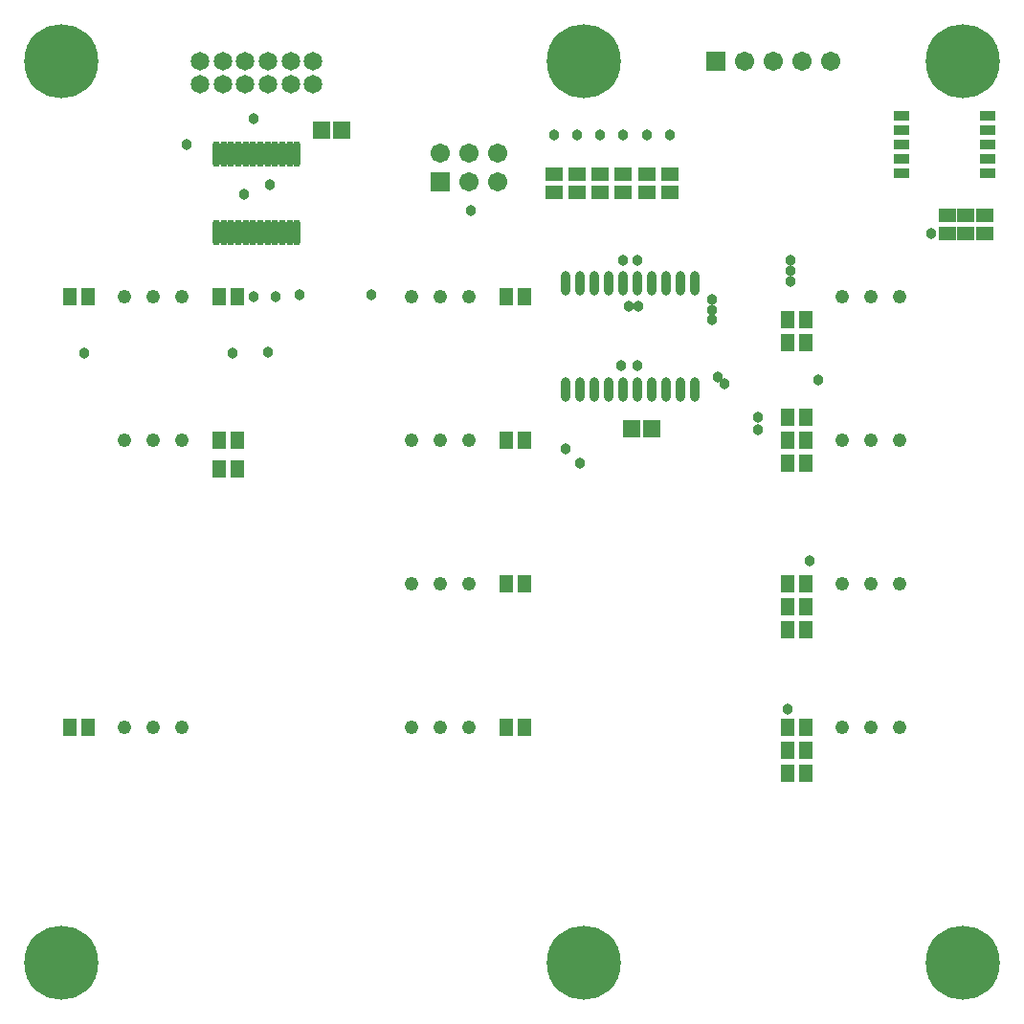
<source format=gts>
G04 Layer_Color=8388736*
%FSLAX25Y25*%
%MOIN*%
G70*
G01*
G75*
%ADD34R,0.05918X0.04737*%
%ADD35R,0.04737X0.05918*%
%ADD36R,0.06312X0.06312*%
%ADD37R,0.05800X0.03792*%
%ADD38O,0.03162X0.08674*%
%ADD39O,0.02572X0.09068*%
%ADD40C,0.25800*%
%ADD41C,0.06706*%
%ADD42R,0.06706X0.06706*%
%ADD43C,0.06500*%
%ADD44C,0.04800*%
%ADD45C,0.03800*%
D34*
X413500Y592650D02*
D03*
Y586350D02*
D03*
X405500Y586350D02*
D03*
Y592650D02*
D03*
X389500Y586350D02*
D03*
Y592650D02*
D03*
X397500Y592650D02*
D03*
Y586350D02*
D03*
X430000Y592650D02*
D03*
Y586350D02*
D03*
X421833Y586350D02*
D03*
Y592650D02*
D03*
X526500Y578150D02*
D03*
Y571850D02*
D03*
X533000Y578150D02*
D03*
Y571850D02*
D03*
X539500Y578150D02*
D03*
Y571850D02*
D03*
D35*
X220850Y550000D02*
D03*
X227150D02*
D03*
X279150D02*
D03*
X272850D02*
D03*
X279150Y490000D02*
D03*
X272850D02*
D03*
X279150Y500000D02*
D03*
X272850D02*
D03*
X379150Y400000D02*
D03*
X372850D02*
D03*
X379150Y450000D02*
D03*
X372850D02*
D03*
X470850Y500000D02*
D03*
X477150D02*
D03*
X379150D02*
D03*
X372850D02*
D03*
X379150Y550000D02*
D03*
X372850D02*
D03*
X220850Y400000D02*
D03*
X227150D02*
D03*
X470850D02*
D03*
X477150D02*
D03*
Y392000D02*
D03*
X470850D02*
D03*
X477150Y508000D02*
D03*
X470850D02*
D03*
X477150Y492000D02*
D03*
X470850D02*
D03*
X477150Y534000D02*
D03*
X470850D02*
D03*
X477150Y542000D02*
D03*
X470850D02*
D03*
X477150Y434000D02*
D03*
X470850D02*
D03*
X477150Y450000D02*
D03*
X470850D02*
D03*
Y442000D02*
D03*
X477150D02*
D03*
Y384000D02*
D03*
X470850D02*
D03*
D36*
X308457Y608000D02*
D03*
X315543D02*
D03*
X416457Y504000D02*
D03*
X423543D02*
D03*
D37*
X510500Y613000D02*
D03*
Y608000D02*
D03*
Y603000D02*
D03*
Y598000D02*
D03*
Y593000D02*
D03*
X540500D02*
D03*
Y598000D02*
D03*
Y603000D02*
D03*
Y608000D02*
D03*
Y613000D02*
D03*
D38*
X423500Y554504D02*
D03*
X418500D02*
D03*
X413500D02*
D03*
X408500D02*
D03*
X403500D02*
D03*
X398500D02*
D03*
X393500D02*
D03*
X438500Y517496D02*
D03*
X433500D02*
D03*
X428500D02*
D03*
X423500D02*
D03*
X418500D02*
D03*
X413500D02*
D03*
X408500D02*
D03*
X403500D02*
D03*
X398500D02*
D03*
X393500D02*
D03*
X438500Y554504D02*
D03*
X433500D02*
D03*
X428500D02*
D03*
D39*
X271925Y572417D02*
D03*
X274484D02*
D03*
X277043D02*
D03*
X279602D02*
D03*
X282161D02*
D03*
X284720D02*
D03*
X287280D02*
D03*
X289839D02*
D03*
X292398D02*
D03*
X294957D02*
D03*
X297516D02*
D03*
X300075D02*
D03*
X271925Y599583D02*
D03*
X274484D02*
D03*
X277043D02*
D03*
X279602D02*
D03*
X282161D02*
D03*
X284720D02*
D03*
X287280D02*
D03*
X289839D02*
D03*
X292398D02*
D03*
X294957D02*
D03*
X297516D02*
D03*
X300075D02*
D03*
D40*
X400000Y318000D02*
D03*
X532000D02*
D03*
Y632000D02*
D03*
X400000D02*
D03*
X218000D02*
D03*
Y318000D02*
D03*
D41*
X370000Y600000D02*
D03*
Y590000D02*
D03*
X360000Y600000D02*
D03*
Y590000D02*
D03*
X350000Y600000D02*
D03*
X456000Y632000D02*
D03*
X466000D02*
D03*
X476000D02*
D03*
X486000D02*
D03*
D42*
X350000Y590000D02*
D03*
X446000Y632000D02*
D03*
D43*
X274189Y624063D02*
D03*
X266315D02*
D03*
X305685D02*
D03*
Y631937D02*
D03*
X297811Y624063D02*
D03*
Y631937D02*
D03*
X289937Y624063D02*
D03*
Y631937D02*
D03*
X282063Y624063D02*
D03*
X274189Y631937D02*
D03*
X282063D02*
D03*
X266315D02*
D03*
D44*
X250000Y550000D02*
D03*
X240000D02*
D03*
X260000D02*
D03*
X250000Y500000D02*
D03*
X240000D02*
D03*
X260000D02*
D03*
X350000Y400000D02*
D03*
X340000D02*
D03*
X360000D02*
D03*
X350000Y450000D02*
D03*
X340000D02*
D03*
X360000D02*
D03*
X500000Y550000D02*
D03*
X490000D02*
D03*
X510000D02*
D03*
X350000Y500000D02*
D03*
X340000D02*
D03*
X360000D02*
D03*
X500000D02*
D03*
X490000D02*
D03*
X510000D02*
D03*
X350000Y550000D02*
D03*
X340000D02*
D03*
X360000D02*
D03*
X500000Y450000D02*
D03*
X490000D02*
D03*
X510000D02*
D03*
X250000Y400000D02*
D03*
X240000D02*
D03*
X260000D02*
D03*
X500000D02*
D03*
X490000D02*
D03*
X510000D02*
D03*
D45*
X326000Y550500D02*
D03*
X301000D02*
D03*
X481500Y521000D02*
D03*
X478500Y458000D02*
D03*
X470850Y406350D02*
D03*
X418500Y562500D02*
D03*
X413500D02*
D03*
X419100Y546500D02*
D03*
X415500D02*
D03*
X413000Y526000D02*
D03*
X418500D02*
D03*
X460500Y503500D02*
D03*
X393500Y497000D02*
D03*
X460500Y508000D02*
D03*
X413500Y606333D02*
D03*
X397500D02*
D03*
X430000D02*
D03*
X389500D02*
D03*
X225900Y530400D02*
D03*
X277500D02*
D03*
X281500Y585500D02*
D03*
X290500Y589000D02*
D03*
X285000Y612000D02*
D03*
X261500Y603000D02*
D03*
X398500Y492000D02*
D03*
X449000Y519500D02*
D03*
X446454Y522046D02*
D03*
X405500Y606333D02*
D03*
X421833D02*
D03*
X292500Y550000D02*
D03*
X285000D02*
D03*
X290000Y530500D02*
D03*
X444500Y545400D02*
D03*
Y541800D02*
D03*
Y549000D02*
D03*
X472000Y558900D02*
D03*
Y555300D02*
D03*
Y562500D02*
D03*
X360500Y580000D02*
D03*
X520850Y571850D02*
D03*
M02*

</source>
